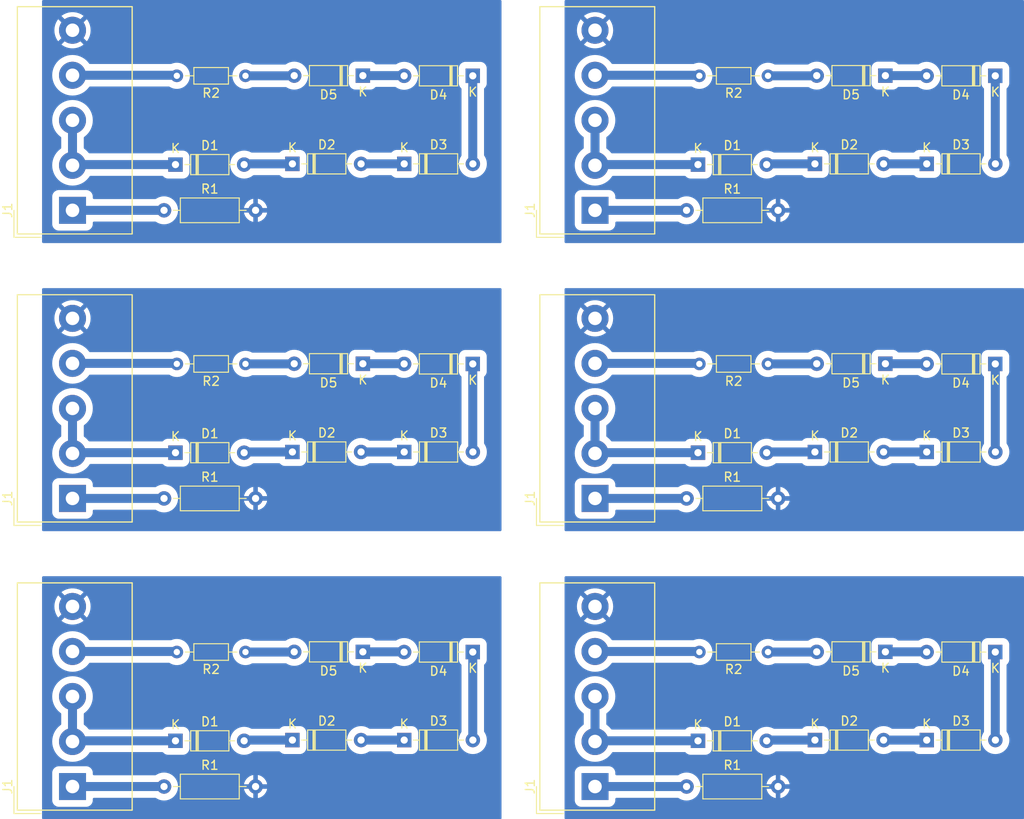
<source format=kicad_pcb>
(kicad_pcb (version 20211014) (generator pcbnew)
  (layers (0 "F.Cu" signal) (31 "B.Cu" signal) (34 "B.Paste" user) (35 "F.Paste" user) (36 "B.SilkS" user "B.Silkscreen") (37 "F.SilkS" user "F.Silkscreen") (38 "B.Mask" user) (39 "F.Mask" user) (44 "Edge.Cuts" user))
  (net 0 "")
  (net 1 "Net-(J1-Pad1)")
  (net 2 "Net-(D1-Pad1)")
  (net 3 "Net-(J1-Pad4)")
  (net 4 "gnd")
  (net 5 "Net-(D4-Pad2)")
  (net 6 "Net-(D1-Pad2)")
  (net 7 "Net-(D2-Pad2)")
  (net 8 "Net-(D3-Pad2)")
  (net 9 "Net-(R2-Pad1)")
  (footprint "Diode_THT:D_DO-35_SOD27_P7.62mm_Horizontal" (layer "F.Cu") (at 221.81 103.42 180)
    (fp_text reference "D4" (at 3.81 -2.12 180) (layer "F.SilkS"))
    (fp_text value "DIODE")
    (fp_text user "K" (at 0 -1.8 180) (layer "F.SilkS"))
    (pad "1" thru_hole rect (at 0 0 180) (size 1.6 1.6) (drill 0.8) (layers *.Cu *.Mask) (net 8 "Net-(D3-Pad2)"))
    (pad "2" thru_hole oval (at 7.62 0 180) (size 1.6 1.6) (drill 0.8) (layers *.Cu *.Mask) (net 5 "Net-(D4-Pad2)"))
  )
  (footprint "Diode_THT:D_DO-35_SOD27_P7.62mm_Horizontal" (layer "F.Cu") (at 130.81 145.28)
    (fp_text reference "D1" (at 3.81 -2.12) (layer "F.SilkS"))
    (fp_text value "DIODE")
    (fp_text user "K" (at 0 -1.8) (layer "F.SilkS"))
    (pad "1" thru_hole rect (at 0 0) (size 1.6 1.6) (drill 0.8) (layers *.Cu *.Mask) (net 2 "Net-(D1-Pad1)"))
    (pad "2" thru_hole oval (at 7.62 0) (size 1.6 1.6) (drill 0.8) (layers *.Cu *.Mask) (net 6 "Net-(D1-Pad2)"))
  )
  (footprint "TerminalBlock_Altech:Altech_AK300_1x05_P5.00mm_45-Degree" (layer "F.Cu") (at 119.38 86.36 90)
    (fp_text reference "J1" (at 0 -7.2 90) (layer "F.SilkS"))
    (fp_text value "Screw_Terminal_01x05")
    (pad "1" thru_hole rect (at 0 0 90) (size 3 3) (drill 1.5) (layers *.Cu *.Mask) (net 1 "Net-(J1-Pad1)"))
    (pad "2" thru_hole circle (at 5 0 90) (size 3 3) (drill 1.5) (layers *.Cu *.Mask) (net 2 "Net-(D1-Pad1)"))
    (pad "3" thru_hole circle (at 10 0 90) (size 3 3) (drill 1.5) (layers *.Cu *.Mask) (net 2 "Net-(D1-Pad1)"))
    (pad "4" thru_hole circle (at 15 0 90) (size 3 3) (drill 1.5) (layers *.Cu *.Mask) (net 3 "Net-(J1-Pad4)"))
    (pad "5" thru_hole circle (at 20 0 90) (size 3 3) (drill 1.5) (layers *.Cu *.Mask) (net 4 "gnd"))
  )
  (footprint "Resistor_THT:R_Axial_DIN0207_L6.3mm_D2.5mm_P10.16mm_Horizontal" (layer "F.Cu") (at 129.54 150.36)
    (fp_text reference "R1" (at 5.08 -2.37) (layer "F.SilkS"))
    (fp_text value "R_US")
    (pad "1" thru_hole circle (at 0 0) (size 1.6 1.6) (drill 0.8) (layers *.Cu *.Mask) (net 1 "Net-(J1-Pad1)"))
    (pad "2" thru_hole oval (at 10.16 0) (size 1.6 1.6) (drill 0.8) (layers *.Cu *.Mask) (net 4 "gnd"))
  )
  (footprint "Resistor_THT:R_Axial_DIN0207_L6.3mm_D2.5mm_P10.16mm_Horizontal" (layer "F.Cu") (at 187.54 86.36)
    (fp_text reference "R1" (at 5.08 -2.37) (layer "F.SilkS"))
    (fp_text value "R_US")
    (pad "1" thru_hole circle (at 0 0) (size 1.6 1.6) (drill 0.8) (layers *.Cu *.Mask) (net 1 "Net-(J1-Pad1)"))
    (pad "2" thru_hole oval (at 10.16 0) (size 1.6 1.6) (drill 0.8) (layers *.Cu *.Mask) (net 4 "gnd"))
  )
  (footprint "Resistor_THT:R_Axial_DIN0207_L6.3mm_D2.5mm_P10.16mm_Horizontal" (layer "F.Cu") (at 187.54 150.36)
    (fp_text reference "R1" (at 5.08 -2.37) (layer "F.SilkS"))
    (fp_text value "R_US")
    (pad "1" thru_hole circle (at 0 0) (size 1.6 1.6) (drill 0.8) (layers *.Cu *.Mask) (net 1 "Net-(J1-Pad1)"))
    (pad "2" thru_hole oval (at 10.16 0) (size 1.6 1.6) (drill 0.8) (layers *.Cu *.Mask) (net 4 "gnd"))
  )
  (footprint "Diode_THT:D_DO-35_SOD27_P7.62mm_Horizontal" (layer "F.Cu") (at 214.2 113.2)
    (fp_text reference "D3" (at 3.81 -2.12) (layer "F.SilkS"))
    (fp_text value "DIODE")
    (fp_text user "K" (at 0 -1.8) (layer "F.SilkS"))
    (pad "1" thru_hole rect (at 0 0) (size 1.6 1.6) (drill 0.8) (layers *.Cu *.Mask) (net 7 "Net-(D2-Pad2)"))
    (pad "2" thru_hole oval (at 7.62 0) (size 1.6 1.6) (drill 0.8) (layers *.Cu *.Mask) (net 8 "Net-(D3-Pad2)"))
  )
  (footprint "Resistor_THT:R_Axial_DIN0204_L3.6mm_D1.6mm_P7.62mm_Horizontal" (layer "F.Cu") (at 138.58 135.42 180)
    (fp_text reference "R2" (at 3.81 -1.92) (layer "F.SilkS"))
    (fp_text value "R_US")
    (pad "1" thru_hole circle (at 0 0 180) (size 1.4 1.4) (drill 0.7) (layers *.Cu *.Mask) (net 9 "Net-(R2-Pad1)"))
    (pad "2" thru_hole oval (at 7.62 0 180) (size 1.4 1.4) (drill 0.7) (layers *.Cu *.Mask) (net 3 "Net-(J1-Pad4)"))
  )
  (footprint "Resistor_THT:R_Axial_DIN0204_L3.6mm_D1.6mm_P7.62mm_Horizontal" (layer "F.Cu") (at 196.58 71.42 180)
    (fp_text reference "R2" (at 3.81 -1.92) (layer "F.SilkS"))
    (fp_text value "R_US")
    (pad "1" thru_hole circle (at 0 0 180) (size 1.4 1.4) (drill 0.7) (layers *.Cu *.Mask) (net 9 "Net-(R2-Pad1)"))
    (pad "2" thru_hole oval (at 7.62 0 180) (size 1.4 1.4) (drill 0.7) (layers *.Cu *.Mask) (net 3 "Net-(J1-Pad4)"))
  )
  (footprint "Diode_THT:D_DO-35_SOD27_P7.62mm_Horizontal" (layer "F.Cu") (at 143.79 113.2)
    (fp_text reference "D2" (at 3.81 -2.12) (layer "F.SilkS"))
    (fp_text value "DIODE")
    (fp_text user "K" (at 0 -1.8) (layer "F.SilkS"))
    (pad "1" thru_hole rect (at 0 0) (size 1.6 1.6) (drill 0.8) (layers *.Cu *.Mask) (net 6 "Net-(D1-Pad2)"))
    (pad "2" thru_hole oval (at 7.62 0) (size 1.6 1.6) (drill 0.8) (layers *.Cu *.Mask) (net 7 "Net-(D2-Pad2)"))
  )
  (footprint "Diode_THT:D_DO-35_SOD27_P7.62mm_Horizontal" (layer "F.Cu") (at 151.61 103.4 180)
    (fp_text reference "D5" (at 3.81 -2.12) (layer "F.SilkS"))
    (fp_text value "DIODE")
    (fp_text user "K" (at 0 -1.8) (layer "F.SilkS"))
    (pad "1" thru_hole rect (at 0 0 180) (size 1.6 1.6) (drill 0.8) (layers *.Cu *.Mask) (net 5 "Net-(D4-Pad2)"))
    (pad "2" thru_hole oval (at 7.62 0 180) (size 1.6 1.6) (drill 0.8) (layers *.Cu *.Mask) (net 9 "Net-(R2-Pad1)"))
  )
  (footprint "Diode_THT:D_DO-35_SOD27_P7.62mm_Horizontal" (layer "F.Cu") (at 221.81 71.42 180)
    (fp_text reference "D4" (at 3.81 -2.12 180) (layer "F.SilkS"))
    (fp_text value "DIODE")
    (fp_text user "K" (at 0 -1.8 180) (layer "F.SilkS"))
    (pad "1" thru_hole rect (at 0 0 180) (size 1.6 1.6) (drill 0.8) (layers *.Cu *.Mask) (net 8 "Net-(D3-Pad2)"))
    (pad "2" thru_hole oval (at 7.62 0 180) (size 1.6 1.6) (drill 0.8) (layers *.Cu *.Mask) (net 5 "Net-(D4-Pad2)"))
  )
  (footprint "Diode_THT:D_DO-35_SOD27_P7.62mm_Horizontal" (layer "F.Cu") (at 163.81 135.42 180)
    (fp_text reference "D4" (at 3.81 -2.12 180) (layer "F.SilkS"))
    (fp_text value "DIODE")
    (fp_text user "K" (at 0 -1.8 180) (layer "F.SilkS"))
    (pad "1" thru_hole rect (at 0 0 180) (size 1.6 1.6) (drill 0.8) (layers *.Cu *.Mask) (net 8 "Net-(D3-Pad2)"))
    (pad "2" thru_hole oval (at 7.62 0 180) (size 1.6 1.6) (drill 0.8) (layers *.Cu *.Mask) (net 5 "Net-(D4-Pad2)"))
  )
  (footprint "Diode_THT:D_DO-35_SOD27_P7.62mm_Horizontal" (layer "F.Cu") (at 156.2 145.2)
    (fp_text reference "D3" (at 3.81 -2.12) (layer "F.SilkS"))
    (fp_text value "DIODE")
    (fp_text user "K" (at 0 -1.8) (layer "F.SilkS"))
    (pad "1" thru_hole rect (at 0 0) (size 1.6 1.6) (drill 0.8) (layers *.Cu *.Mask) (net 7 "Net-(D2-Pad2)"))
    (pad "2" thru_hole oval (at 7.62 0) (size 1.6 1.6) (drill 0.8) (layers *.Cu *.Mask) (net 8 "Net-(D3-Pad2)"))
  )
  (footprint "TerminalBlock_Altech:Altech_AK300_1x05_P5.00mm_45-Degree" (layer "F.Cu") (at 177.38 118.36 90)
    (fp_text reference "J1" (at 0 -7.2 90) (layer "F.SilkS"))
    (fp_text value "Screw_Terminal_01x05")
    (pad "1" thru_hole rect (at 0 0 90) (size 3 3) (drill 1.5) (layers *.Cu *.Mask) (net 1 "Net-(J1-Pad1)"))
    (pad "2" thru_hole circle (at 5 0 90) (size 3 3) (drill 1.5) (layers *.Cu *.Mask) (net 2 "Net-(D1-Pad1)"))
    (pad "3" thru_hole circle (at 10 0 90) (size 3 3) (drill 1.5) (layers *.Cu *.Mask) (net 2 "Net-(D1-Pad1)"))
    (pad "4" thru_hole circle (at 15 0 90) (size 3 3) (drill 1.5) (layers *.Cu *.Mask) (net 3 "Net-(J1-Pad4)"))
    (pad "5" thru_hole circle (at 20 0 90) (size 3 3) (drill 1.5) (layers *.Cu *.Mask) (net 4 "gnd"))
  )
  (footprint "Diode_THT:D_DO-35_SOD27_P7.62mm_Horizontal" (layer "F.Cu") (at 188.81 81.28)
    (fp_text reference "D1" (at 3.81 -2.12) (layer "F.SilkS"))
    (fp_text value "DIODE")
    (fp_text user "K" (at 0 -1.8) (layer "F.SilkS"))
    (pad "1" thru_hole rect (at 0 0) (size 1.6 1.6) (drill 0.8) (layers *.Cu *.Mask) (net 2 "Net-(D1-Pad1)"))
    (pad "2" thru_hole oval (at 7.62 0) (size 1.6 1.6) (drill 0.8) (layers *.Cu *.Mask) (net 6 "Net-(D1-Pad2)"))
  )
  (footprint "Diode_THT:D_DO-35_SOD27_P7.62mm_Horizontal" (layer "F.Cu") (at 130.81 81.28)
    (fp_text reference "D1" (at 3.81 -2.12) (layer "F.SilkS"))
    (fp_text value "DIODE")
    (fp_text user "K" (at 0 -1.8) (layer "F.SilkS"))
    (pad "1" thru_hole rect (at 0 0) (size 1.6 1.6) (drill 0.8) (layers *.Cu *.Mask) (net 2 "Net-(D1-Pad1)"))
    (pad "2" thru_hole oval (at 7.62 0) (size 1.6 1.6) (drill 0.8) (layers *.Cu *.Mask) (net 6 "Net-(D1-Pad2)"))
  )
  (footprint "Diode_THT:D_DO-35_SOD27_P7.62mm_Horizontal" (layer "F.Cu") (at 188.81 145.28)
    (fp_text reference "D1" (at 3.81 -2.12) (layer "F.SilkS"))
    (fp_text value "DIODE")
    (fp_text user "K" (at 0 -1.8) (layer "F.SilkS"))
    (pad "1" thru_hole rect (at 0 0) (size 1.6 1.6) (drill 0.8) (layers *.Cu *.Mask) (net 2 "Net-(D1-Pad1)"))
    (pad "2" thru_hole oval (at 7.62 0) (size 1.6 1.6) (drill 0.8) (layers *.Cu *.Mask) (net 6 "Net-(D1-Pad2)"))
  )
  (footprint "Diode_THT:D_DO-35_SOD27_P7.62mm_Horizontal" (layer "F.Cu") (at 201.79 81.2)
    (fp_text reference "D2" (at 3.81 -2.12) (layer "F.SilkS"))
    (fp_text value "DIODE")
    (fp_text user "K" (at 0 -1.8) (layer "F.SilkS"))
    (pad "1" thru_hole rect (at 0 0) (size 1.6 1.6) (drill 0.8) (layers *.Cu *.Mask) (net 6 "Net-(D1-Pad2)"))
    (pad "2" thru_hole oval (at 7.62 0) (size 1.6 1.6) (drill 0.8) (layers *.Cu *.Mask) (net 7 "Net-(D2-Pad2)"))
  )
  (footprint "Diode_THT:D_DO-35_SOD27_P7.62mm_Horizontal" (layer "F.Cu") (at 143.79 145.2)
    (fp_text reference "D2" (at 3.81 -2.12) (layer "F.SilkS"))
    (fp_text value "DIODE")
    (fp_text user "K" (at 0 -1.8) (layer "F.SilkS"))
    (pad "1" thru_hole rect (at 0 0) (size 1.6 1.6) (drill 0.8) (layers *.Cu *.Mask) (net 6 "Net-(D1-Pad2)"))
    (pad "2" thru_hole oval (at 7.62 0) (size 1.6 1.6) (drill 0.8) (layers *.Cu *.Mask) (net 7 "Net-(D2-Pad2)"))
  )
  (footprint "Resistor_THT:R_Axial_DIN0204_L3.6mm_D1.6mm_P7.62mm_Horizontal" (layer "F.Cu") (at 138.58 103.42 180)
    (fp_text reference "R2" (at 3.81 -1.92) (layer "F.SilkS"))
    (fp_text value "R_US")
    (pad "1" thru_hole circle (at 0 0 180) (size 1.4 1.4) (drill 0.7) (layers *.Cu *.Mask) (net 9 "Net-(R2-Pad1)"))
    (pad "2" thru_hole oval (at 7.62 0 180) (size 1.4 1.4) (drill 0.7) (layers *.Cu *.Mask) (net 3 "Net-(J1-Pad4)"))
  )
  (footprint "TerminalBlock_Altech:Altech_AK300_1x05_P5.00mm_45-Degree" (layer "F.Cu") (at 177.38 150.36 90)
    (fp_text reference "J1" (at 0 -7.2 90) (layer "F.SilkS"))
    (fp_text value "Screw_Terminal_01x05")
    (pad "1" thru_hole rect (at 0 0 90) (size 3 3) (drill 1.5) (layers *.Cu *.Mask) (net 1 "Net-(J1-Pad1)"))
    (pad "2" thru_hole circle (at 5 0 90) (size 3 3) (drill 1.5) (layers *.Cu *.Mask) (net 2 "Net-(D1-Pad1)"))
    (pad "3" thru_hole circle (at 10 0 90) (size 3 3) (drill 1.5) (layers *.Cu *.Mask) (net 2 "Net-(D1-Pad1)"))
    (pad "4" thru_hole circle (at 15 0 90) (size 3 3) (drill 1.5) (layers *.Cu *.Mask) (net 3 "Net-(J1-Pad4)"))
    (pad "5" thru_hole circle (at 20 0 90) (size 3 3) (drill 1.5) (layers *.Cu *.Mask) (net 4 "gnd"))
  )
  (footprint "Diode_THT:D_DO-35_SOD27_P7.62mm_Horizontal" (layer "F.Cu") (at 214.2 81.2)
    (fp_text reference "D3" (at 3.81 -2.12) (layer "F.SilkS"))
    (fp_text value "DIODE")
    (fp_text user "K" (at 0 -1.8) (layer "F.SilkS"))
    (pad "1" thru_hole rect (at 0 0) (size 1.6 1.6) (drill 0.8) (layers *.Cu *.Mask) (net 7 "Net-(D2-Pad2)"))
    (pad "2" thru_hole oval (at 7.62 0) (size 1.6 1.6) (drill 0.8) (layers *.Cu *.Mask) (net 8 "Net-(D3-Pad2)"))
  )
  (footprint "Diode_THT:D_DO-35_SOD27_P7.62mm_Horizontal" (layer "F.Cu") (at 163.81 103.42 180)
    (fp_text reference "D4" (at 3.81 -2.12 180) (layer "F.SilkS"))
    (fp_text value "DIODE")
    (fp_text user "K" (at 0 -1.8 180) (layer "F.SilkS"))
    (pad "1" thru_hole rect (at 0 0 180) (size 1.6 1.6) (drill 0.8) (layers *.Cu *.Mask) (net 8 "Net-(D3-Pad2)"))
    (pad "2" thru_hole oval (at 7.62 0 180) (size 1.6 1.6) (drill 0.8) (layers *.Cu *.Mask) (net 5 "Net-(D4-Pad2)"))
  )
  (footprint "Resistor_THT:R_Axial_DIN0204_L3.6mm_D1.6mm_P7.62mm_Horizontal" (layer "F.Cu") (at 196.58 103.42 180)
    (fp_text reference "R2" (at 3.81 -1.92) (layer "F.SilkS"))
    (fp_text value "R_US")
    (pad "1" thru_hole circle (at 0 0 180) (size 1.4 1.4) (drill 0.7) (layers *.Cu *.Mask) (net 9 "Net-(R2-Pad1)"))
    (pad "2" thru_hole oval (at 7.62 0 180) (size 1.4 1.4) (drill 0.7) (layers *.Cu *.Mask) (net 3 "Net-(J1-Pad4)"))
  )
  (footprint "Diode_THT:D_DO-35_SOD27_P7.62mm_Horizontal" (layer "F.Cu") (at 209.61 135.4 180)
    (fp_text reference "D5" (at 3.81 -2.12) (layer "F.SilkS"))
    (fp_text value "DIODE")
    (fp_text user "K" (at 0 -1.8) (layer "F.SilkS"))
    (pad "1" thru_hole rect (at 0 0 180) (size 1.6 1.6) (drill 0.8) (layers *.Cu *.Mask) (net 5 "Net-(D4-Pad2)"))
    (pad "2" thru_hole oval (at 7.62 0 180) (size 1.6 1.6) (drill 0.8) (layers *.Cu *.Mask) (net 9 "Net-(R2-Pad1)"))
  )
  (footprint "Diode_THT:D_DO-35_SOD27_P7.62mm_Horizontal" (layer "F.Cu") (at 221.81 135.42 180)
    (fp_text reference "D4" (at 3.81 -2.12 180) (layer "F.SilkS"))
    (fp_text value "DIODE")
    (fp_text user "K" (at 0 -1.8 180) (layer "F.SilkS"))
    (pad "1" thru_hole rect (at 0 0 180) (size 1.6 1.6) (drill 0.8) (layers *.Cu *.Mask) (net 8 "Net-(D3-Pad2)"))
    (pad "2" thru_hole oval (at 7.62 0 180) (size 1.6 1.6) (drill 0.8) (layers *.Cu *.Mask) (net 5 "Net-(D4-Pad2)"))
  )
  (footprint "TerminalBlock_Altech:Altech_AK300_1x05_P5.00mm_45-Degree" (layer "F.Cu") (at 177.38 86.36 90)
    (fp_text reference "J1" (at 0 -7.2 90) (layer "F.SilkS"))
    (fp_text value "Screw_Terminal_01x05")
    (pad "1" thru_hole rect (at 0 0 90) (size 3 3) (drill 1.5) (layers *.Cu *.Mask) (net 1 "Net-(J1-Pad1)"))
    (pad "2" thru_hole circle (at 5 0 90) (size 3 3) (drill 1.5) (layers *.Cu *.Mask) (net 2 "Net-(D1-Pad1)"))
    (pad "3" thru_hole circle (at 10 0 90) (size 3 3) (drill 1.5) (layers *.Cu *.Mask) (net 2 "Net-(D1-Pad1)"))
    (pad "4" thru_hole circle (at 15 0 90) (size 3 3) (drill 1.5) (layers *.Cu *.Mask) (net 3 "Net-(J1-Pad4)"))
    (pad "5" thru_hole circle (at 20 0 90) (size 3 3) (drill 1.5) (layers *.Cu *.Mask) (net 4 "gnd"))
  )
  (footprint "Resistor_THT:R_Axial_DIN0207_L6.3mm_D2.5mm_P10.16mm_Horizontal" (layer "F.Cu") (at 187.54 118.36)
    (fp_text reference "R1" (at 5.08 -2.37) (layer "F.SilkS"))
    (fp_text value "R_US")
    (pad "1" thru_hole circle (at 0 0) (size 1.6 1.6) (drill 0.8) (layers *.Cu *.Mask) (net 1 "Net-(J1-Pad1)"))
    (pad "2" thru_hole oval (at 10.16 0) (size 1.6 1.6) (drill 0.8) (layers *.Cu *.Mask) (net 4 "gnd"))
  )
  (footprint "Diode_THT:D_DO-35_SOD27_P7.62mm_Horizontal" (layer "F.Cu") (at 130.81 113.28)
    (fp_text reference "D1" (at 3.81 -2.12) (layer "F.SilkS"))
    (fp_text value "DIODE")
    (fp_text user "K" (at 0 -1.8) (layer "F.SilkS"))
    (pad "1" thru_hole rect (at 0 0) (size 1.6 1.6) (drill 0.8) (layers *.Cu *.Mask) (net 2 "Net-(D1-Pad1)"))
    (pad "2" thru_hole oval (at 7.62 0) (size 1.6 1.6) (drill 0.8) (layers *.Cu *.Mask) (net 6 "Net-(D1-Pad2)"))
  )
  (footprint "Diode_THT:D_DO-35_SOD27_P7.62mm_Horizontal" (layer "F.Cu") (at 143.79 81.2)
    (fp_text reference "D2" (at 3.81 -2.12) (layer "F.SilkS"))
    (fp_text value "DIODE")
    (fp_text user "K" (at 0 -1.8) (layer "F.SilkS"))
    (pad "1" thru_hole rect (at 0 0) (size 1.6 1.6) (drill 0.8) (layers *.Cu *.Mask) (net 6 "Net-(D1-Pad2)"))
    (pad "2" thru_hole oval (at 7.62 0) (size 1.6 1.6) (drill 0.8) (layers *.Cu *.Mask) (net 7 "Net-(D2-Pad2)"))
  )
  (footprint "TerminalBlock_Altech:Altech_AK300_1x05_P5.00mm_45-Degree" (layer "F.Cu") (at 119.38 150.36 90)
    (fp_text reference "J1" (at 0 -7.2 90) (layer "F.SilkS"))
    (fp_text value "Screw_Terminal_01x05")
    (pad "1" thru_hole rect (at 0 0 90) (size 3 3) (drill 1.5) (layers *.Cu *.Mask) (net 1 "Net-(J1-Pad1)"))
    (pad "2" thru_hole circle (at 5 0 90) (size 3 3) (drill 1.5) (layers *.Cu *.Mask) (net 2 "Net-(D1-Pad1)"))
    (pad "3" thru_hole circle (at 10 0 90) (size 3 3) (drill 1.5) (layers *.Cu *.Mask) (net 2 "Net-(D1-Pad1)"))
    (pad "4" thru_hole circle (at 15 0 90) (size 3 3) (drill 1.5) (layers *.Cu *.Mask) (net 3 "Net-(J1-Pad4)"))
    (pad "5" thru_hole circle (at 20 0 90) (size 3 3) (drill 1.5) (layers *.Cu *.Mask) (net 4 "gnd"))
  )
  (footprint "Diode_THT:D_DO-35_SOD27_P7.62mm_Horizontal" (layer "F.Cu") (at 151.61 135.4 180)
    (fp_text reference "D5" (at 3.81 -2.12) (layer "F.SilkS"))
    (fp_text value "DIODE")
    (fp_text user "K" (at 0 -1.8) (layer "F.SilkS"))
    (pad "1" thru_hole rect (at 0 0 180) (size 1.6 1.6) (drill 0.8) (layers *.Cu *.Mask) (net 5 "Net-(D4-Pad2)"))
    (pad "2" thru_hole oval (at 7.62 0 180) (size 1.6 1.6) (drill 0.8) (layers *.Cu *.Mask) (net 9 "Net-(R2-Pad1)"))
  )
  (footprint "Resistor_THT:R_Axial_DIN0204_L3.6mm_D1.6mm_P7.62mm_Horizontal" (layer "F.Cu") (at 138.58 71.42 180)
    (fp_text reference "R2" (at 3.81 -1.92) (layer "F.SilkS"))
    (fp_text value "R_US")
    (pad "1" thru_hole circle (at 0 0 180) (size 1.4 1.4) (drill 0.7) (layers *.Cu *.Mask) (net 9 "Net-(R2-Pad1)"))
    (pad "2" thru_hole oval (at 7.62 0 180) (size 1.4 1.4) (drill 0.7) (layers *.Cu *.Mask) (net 3 "Net-(J1-Pad4)"))
  )
  (footprint "Diode_THT:D_DO-35_SOD27_P7.62mm_Horizontal" (layer "F.Cu") (at 163.81 71.42 180)
    (fp_text reference "D4" (at 3.81 -2.12 180) (layer "F.SilkS"))
    (fp_text value "DIODE")
    (fp_text user "K" (at 0 -1.8 180) (layer "F.SilkS"))
    (pad "1" thru_hole rect (at 0 0 180) (size 1.6 1.6) (drill 0.8) (layers *.Cu *.Mask) (net 8 "Net-(D3-Pad2)"))
    (pad "2" thru_hole oval (at 7.62 0 180) (size 1.6 1.6) (drill 0.8) (layers *.Cu *.Mask) (net 5 "Net-(D4-Pad2)"))
  )
  (footprint "Resistor_THT:R_Axial_DIN0207_L6.3mm_D2.5mm_P10.16mm_Horizontal" (layer "F.Cu") (at 129.54 86.36)
    (fp_text reference "R1" (at 5.08 -2.37) (layer "F.SilkS"))
    (fp_text value "R_US")
    (pad "1" thru_hole circle (at 0 0) (size 1.6 1.6) (drill 0.8) (layers *.Cu *.Mask) (net 1 "Net-(J1-Pad1)"))
    (pad "2" thru_hole oval (at 10.16 0) (size 1.6 1.6) (drill 0.8) (layers *.Cu *.Mask) (net 4 "gnd"))
  )
  (footprint "Diode_THT:D_DO-35_SOD27_P7.62mm_Horizontal" (layer "F.Cu") (at 214.2 145.2)
    (fp_text reference "D3" (at 3.81 -2.12) (layer "F.SilkS"))
    (fp_text value "DIODE")
    (fp_text user "K" (at 0 -1.8) (layer "F.SilkS"))
    (pad "1" thru_hole rect (at 0 0) (size 1.6 1.6) (drill 0.8) (layers *.Cu *.Mask) (net 7 "Net-(D2-Pad2)"))
    (pad "2" thru_hole oval (at 7.62 0) (size 1.6 1.6) (drill 0.8) (layers *.Cu *.Mask) (net 8 "Net-(D3-Pad2)"))
  )
  (footprint "TerminalBlock_Altech:Altech_AK300_1x05_P5.00mm_45-Degree" (layer "F.Cu") (at 119.38 118.36 90)
    (fp_text reference "J1" (at 0 -7.2 90) (layer "F.SilkS"))
    (fp_text value "Screw_Terminal_01x05")
    (pad "1" thru_hole rect (at 0 0 90) (size 3 3) (drill 1.5) (layers *.Cu *.Mask) (net 1 "Net-(J1-Pad1)"))
    (pad "2" thru_hole circle (at 5 0 90) (size 3 3) (drill 1.5) (layers *.Cu *.Mask) (net 2 "Net-(D1-Pad1)"))
    (pad "3" thru_hole circle (at 10 0 90) (size 3 3) (drill 1.5) (layers *.Cu *.Mask) (net 2 "Net-(D1-Pad1)"))
    (pad "4" thru_hole circle (at 15 0 90) (size 3 3) (drill 1.5) (layers *.Cu *.Mask) (net 3 "Net-(J1-Pad4)"))
    (pad "5" thru_hole circle (at 20 0 90) (size 3 3) (drill 1.5) (layers *.Cu *.Mask) (net 4 "gnd"))
  )
  (footprint "Diode_THT:D_DO-35_SOD27_P7.62mm_Horizontal" (layer "F.Cu") (at 156.2 81.2)
    (fp_text reference "D3" (at 3.81 -2.12) (layer "F.SilkS"))
    (fp_text value "DIODE")
    (fp_text user "K" (at 0 -1.8) (layer "F.SilkS"))
    (pad "1" thru_hole rect (at 0 0) (size 1.6 1.6) (drill 0.8) (layers *.Cu *.Mask) (net 7 "Net-(D2-Pad2)"))
    (pad "2" thru_hole oval (at 7.62 0) (size 1.6 1.6) (drill 0.8) (layers *.Cu *.Mask) (net 8 "Net-(D3-Pad2)"))
  )
  (footprint "Diode_THT:D_DO-35_SOD27_P7.62mm_Horizontal" (layer "F.Cu") (at 151.61 71.4 180)
    (fp_text reference "D5" (at 3.81 -2.12) (layer "F.SilkS"))
    (fp_text value "DIODE")
    (fp_text user "K" (at 0 -1.8) (layer "F.SilkS"))
    (pad "1" thru_hole rect (at 0 0 180) (size 1.6 1.6) (drill 0.8) (layers *.Cu *.Mask) (net 5 "Net-(D4-Pad2)"))
    (pad "2" thru_hole oval (at 7.62 0 180) (size 1.6 1.6) (drill 0.8) (layers *.Cu *.Mask) (net 9 "Net-(R2-Pad1)"))
  )
  (footprint "Diode_THT:D_DO-35_SOD27_P7.62mm_Horizontal" (layer "F.Cu") (at 201.79 113.2)
    (fp_text reference "D2" (at 3.81 -2.12) (layer "F.SilkS"))
    (fp_text value "DIODE")
    (fp_text user "K" (at 0 -1.8) (layer "F.SilkS"))
    (pad "1" thru_hole rect (at 0 0) (size 1.6 1.6) (drill 0.8) (layers *.Cu *.Mask) (net 6 "Net-(D1-Pad2)"))
    (pad "2" thru_hole oval (at 7.62 0) (size 1.6 1.6) (drill 0.8) (layers *.Cu *.Mask) (net 7 "Net-(D2-Pad2)"))
  )
  (footprint "Diode_THT:D_DO-35_SOD27_P7.62mm_Horizontal" (layer "F.Cu") (at 188.81 113.28)
    (fp_text reference "D1" (at 3.81 -2.12) (layer "F.SilkS"))
    (fp_text value "DIODE")
    (fp_text user "K" (at 0 -1.8) (layer "F.SilkS"))
    (pad "1" thru_hole rect (at 0 0) (size 1.6 1.6) (drill 0.8) (layers *.Cu *.Mask) (net 2 "Net-(D1-Pad1)"))
    (pad "2" thru_hole oval (at 7.62 0) (size 1.6 1.6) (drill 0.8) (layers *.Cu *.Mask) (net 6 "Net-(D1-Pad2)"))
  )
  (footprint "Resistor_THT:R_Axial_DIN0207_L6.3mm_D2.5mm_P10.16mm_Horizontal" (layer "F.Cu") (at 129.54 118.36)
    (fp_text reference "R1" (at 5.08 -2.37) (layer "F.SilkS"))
    (fp_text value "R_US")
    (pad "1" thru_hole circle (at 0 0) (size 1.6 1.6) (drill 0.8) (layers *.Cu *.Mask) (net 1 "Net-(J1-Pad1)"))
    (pad "2" thru_hole oval (at 10.16 0) (size 1.6 1.6) (drill 0.8) (layers *.Cu *.Mask) (net 4 "gnd"))
  )
  (footprint "Diode_THT:D_DO-35_SOD27_P7.62mm_Horizontal" (layer "F.Cu") (at 156.2 113.2)
    (fp_text reference "D3" (at 3.81 -2.12) (layer "F.SilkS"))
    (fp_text value "DIODE")
    (fp_text user "K" (at 0 -1.8) (layer "F.SilkS"))
    (pad "1" thru_hole rect (at 0 0) (size 1.6 1.6) (drill 0.8) (layers *.Cu *.Mask) (net 7 "Net-(D2-Pad2)"))
    (pad "2" thru_hole oval (at 7.62 0) (size 1.6 1.6) (drill 0.8) (layers *.Cu *.Mask) (net 8 "Net-(D3-Pad2)"))
  )
  (footprint "Resistor_THT:R_Axial_DIN0204_L3.6mm_D1.6mm_P7.62mm_Horizontal" (layer "F.Cu") (at 196.58 135.42 180)
    (fp_text reference "R2" (at 3.81 -1.92) (layer "F.SilkS"))
    (fp_text value "R_US")
    (pad "1" thru_hole circle (at 0 0 180) (size 1.4 1.4) (drill 0.7) (layers *.Cu *.Mask) (net 9 "Net-(R2-Pad1)"))
    (pad "2" thru_hole oval (at 7.62 0 180) (size 1.4 1.4) (drill 0.7) (layers *.Cu *.Mask) (net 3 "Net-(J1-Pad4)"))
  )
  (footprint "Diode_THT:D_DO-35_SOD27_P7.62mm_Horizontal" (layer "F.Cu") (at 201.79 145.2)
    (fp_text reference "D2" (at 3.81 -2.12) (layer "F.SilkS"))
    (fp_text value "DIODE")
    (fp_text user "K" (at 0 -1.8) (layer "F.SilkS"))
    (pad "1" thru_hole rect (at 0 0) (size 1.6 1.6) (drill 0.8) (layers *.Cu *.Mask) (net 6 "Net-(D1-Pad2)"))
    (pad "2" thru_hole oval (at 7.62 0) (size 1.6 1.6) (drill 0.8) (layers *.Cu *.Mask) (net 7 "Net-(D2-Pad2)"))
  )
  (footprint "Diode_THT:D_DO-35_SOD27_P7.62mm_Horizontal" (layer "F.Cu") (at 209.61 71.4 180)
    (fp_text reference "D5" (at 3.81 -2.12) (layer "F.SilkS"))
    (fp_text value "DIODE")
    (fp_text user "K" (at 0 -1.8) (layer "F.SilkS"))
    (pad "1" thru_hole rect (at 0 0 180) (size 1.6 1.6) (drill 0.8) (layers *.Cu *.Mask) (net 5 "Net-(D4-Pad2)"))
    (pad "2" thru_hole oval (at 7.62 0 180) (size 1.6 1.6) (drill 0.8) (layers *.Cu *.Mask) (net 9 "Net-(R2-Pad1)"))
  )
  (footprint "Diode_THT:D_DO-35_SOD27_P7.62mm_Horizontal" (layer "F.Cu") (at 209.61 103.4 180)
    (fp_text reference "D5" (at 3.81 -2.12) (layer "F.SilkS"))
    (fp_text value "DIODE")
    (fp_text user "K" (at 0 -1.8) (layer "F.SilkS"))
    (pad "1" thru_hole rect (at 0 0 180) (size 1.6 1.6) (drill 0.8) (layers *.Cu *.Mask) (net 5 "Net-(D4-Pad2)"))
    (pad "2" thru_hole oval (at 7.62 0 180) (size 1.6 1.6) (drill 0.8) (layers *.Cu *.Mask) (net 9 "Net-(R2-Pad1)"))
  )
  (segment (start 177.38 118.36) (end 187.54 118.36) (width 1) (layer "B.Cu") (net 1))
  (segment (start 119.38 86.36) (end 129.54 86.36) (width 1) (layer "B.Cu") (net 1))
  (segment (start 177.38 150.36) (end 187.54 150.36) (width 1) (layer "B.Cu") (net 1))
  (segment (start 119.38 150.36) (end 129.54 150.36) (width 1) (layer "B.Cu") (net 1))
  (segment (start 119.38 118.36) (end 129.54 118.36) (width 1) (layer "B.Cu") (net 1))
  (segment (start 177.38 86.36) (end 187.54 86.36) (width 1) (layer "B.Cu") (net 1))
  (segment (start 188.81 81.28) (end 177.46 81.28) (width 1) (layer "B.Cu") (net 2))
  (segment (start 188.81 113.28) (end 177.46 113.28) (width 1) (layer "B.Cu") (net 2))
  (segment (start 177.38 76.36) (end 177.38 81.36) (width 1) (layer "B.Cu") (net 2))
  (segment (start 177.46 145.28) (end 177.38 145.36) (width 1) (layer "B.Cu") (net 2))
  (segment (start 177.46 113.28) (end 177.38 113.36) (width 1) (layer "B.Cu") (net 2))
  (segment (start 119.38 76.36) (end 119.38 81.36) (width 1) (layer "B.Cu") (net 2))
  (segment (start 130.81 113.28) (end 119.46 113.28) (width 1) (layer "B.Cu") (net 2))
  (segment (start 177.38 140.36) (end 177.38 145.36) (width 1) (layer "B.Cu") (net 2))
  (segment (start 188.81 145.28) (end 177.46 145.28) (width 1) (layer "B.Cu") (net 2))
  (segment (start 130.81 81.28) (end 119.46 81.28) (width 1) (layer "B.Cu") (net 2))
  (segment (start 130.81 145.28) (end 119.46 145.28) (width 1) (layer "B.Cu") (net 2))
  (segment (start 119.38 140.36) (end 119.38 145.36) (width 1) (layer "B.Cu") (net 2))
  (segment (start 177.46 81.28) (end 177.38 81.36) (width 1) (layer "B.Cu") (net 2))
  (segment (start 177.38 108.36) (end 177.38 113.36) (width 1) (layer "B.Cu") (net 2))
  (segment (start 119.46 81.28) (end 119.38 81.36) (width 1) (layer "B.Cu") (net 2))
  (segment (start 119.38 108.36) (end 119.38 113.36) (width 1) (layer "B.Cu") (net 2))
  (segment (start 119.46 145.28) (end 119.38 145.36) (width 1) (layer "B.Cu") (net 2))
  (segment (start 119.46 113.28) (end 119.38 113.36) (width 1) (layer "B.Cu") (net 2))
  (segment (start 119.38 103.36) (end 130.9 103.36) (width 1) (layer "B.Cu") (net 3))
  (segment (start 177.38 71.36) (end 188.9 71.36) (width 1) (layer "B.Cu") (net 3))
  (segment (start 130.9 135.36) (end 130.96 135.42) (width 1) (layer "B.Cu") (net 3))
  (segment (start 188.9 135.36) (end 188.96 135.42) (width 1) (layer "B.Cu") (net 3))
  (segment (start 130.9 71.36) (end 130.96 71.42) (width 1) (layer "B.Cu") (net 3))
  (segment (start 177.38 103.36) (end 188.9 103.36) (width 1) (layer "B.Cu") (net 3))
  (segment (start 130.9 103.36) (end 130.96 103.42) (width 1) (layer "B.Cu") (net 3))
  (segment (start 188.9 71.36) (end 188.96 71.42) (width 1) (layer "B.Cu") (net 3))
  (segment (start 188.9 103.36) (end 188.96 103.42) (width 1) (layer "B.Cu") (net 3))
  (segment (start 119.38 71.36) (end 130.9 71.36) (width 1) (layer "B.Cu") (net 3))
  (segment (start 177.38 135.36) (end 188.9 135.36) (width 1) (layer "B.Cu") (net 3))
  (segment (start 119.38 135.36) (end 130.9 135.36) (width 1) (layer "B.Cu") (net 3))
  (segment (start 214.17 71.4) (end 214.19 71.42) (width 1) (layer "B.Cu") (net 5))
  (segment (start 209.61 135.4) (end 214.17 135.4) (width 1) (layer "B.Cu") (net 5))
  (segment (start 209.61 71.4) (end 214.17 71.4) (width 1) (layer "B.Cu") (net 5))
  (segment (start 151.61 71.4) (end 156.17 71.4) (width 1) (layer "B.Cu") (net 5))
  (segment (start 151.61 135.4) (end 156.17 135.4) (width 1) (layer "B.Cu") (net 5))
  (segment (start 209.61 103.4) (end 214.17 103.4) (width 1) (layer "B.Cu") (net 5))
  (segment (start 214.17 135.4) (end 214.19 135.42) (width 1) (layer "B.Cu") (net 5))
  (segment (start 214.17 103.4) (end 214.19 103.42) (width 1) (layer "B.Cu") (net 5))
  (segment (start 151.61 103.4) (end 156.17 103.4) (width 1) (layer "B.Cu") (net 5))
  (segment (start 156.17 135.4) (end 156.19 135.42) (width 1) (layer "B.Cu") (net 5))
  (segment (start 156.17 71.4) (end 156.19 71.42) (width 1) (layer "B.Cu") (net 5))
  (segment (start 156.17 103.4) (end 156.19 103.42) (width 1) (layer "B.Cu") (net 5))
  (segment (start 138.51 81.2) (end 138.43 81.28) (width 1) (layer "B.Cu") (net 6))
  (segment (start 196.51 81.2) (end 196.43 81.28) (width 1) (layer "B.Cu") (net 6))
  (segment (start 201.79 113.2) (end 196.51 113.2) (width 1) (layer "B.Cu") (net 6))
  (segment (start 201.79 145.2) (end 196.51 145.2) (width 1) (layer "B.Cu") (net 6))
  (segment (start 143.79 81.2) (end 138.51 81.2) (width 1) (layer "B.Cu") (net 6))
  (segment (start 196.51 113.2) (end 196.43 113.28) (width 1) (layer "B.Cu") (net 6))
  (segment (start 201.79 81.2) (end 196.51 81.2) (width 1) (layer "B.Cu") (net 6))
  (segment (start 196.51 145.2) (end 196.43 145.28) (width 1) (layer "B.Cu") (net 6))
  (segment (start 143.79 113.2) (end 138.51 113.2) (width 1) (layer "B.Cu") (net 6))
  (segment (start 138.51 145.2) (end 138.43 145.28) (width 1) (layer "B.Cu") (net 6))
  (segment (start 143.79 145.2) (end 138.51 145.2) (width 1) (layer "B.Cu") (net 6))
  (segment (start 138.51 113.2) (end 138.43 113.28) (width 1) (layer "B.Cu") (net 6))
  (segment (start 214.2 113.2) (end 209.41 113.2) (width 1) (layer "B.Cu") (net 7))
  (segment (start 156.2 81.2) (end 151.41 81.2) (width 1) (layer "B.Cu") (net 7))
  (segment (start 156.2 145.2) (end 151.41 145.2) (width 1) (layer "B.Cu") (net 7))
  (segment (start 156.2 113.2) (end 151.41 113.2) (width 1) (layer "B.Cu") (net 7))
  (segment (start 214.2 81.2) (end 209.41 81.2) (width 1) (layer "B.Cu") (net 7))
  (segment (start 214.2 145.2) (end 209.41 145.2) (width 1) (layer "B.Cu") (net 7))
  (segment (start 163.81 145.19) (end 163.82 145.2) (width 1) (layer "B.Cu") (net 8))
  (segment (start 221.81 103.42) (end 221.81 113.19) (width 1) (layer "B.Cu") (net 8))
  (segment (start 163.81 81.19) (end 163.82 81.2) (width 1) (layer "B.Cu") (net 8))
  (segment (start 221.81 145.19) (end 221.82 145.2) (width 1) (layer "B.Cu") (net 8))
  (segment (start 221.81 71.42) (end 221.81 81.19) (width 1) (layer "B.Cu") (net 8))
  (segment (start 163.81 113.19) (end 163.82 113.2) (width 1) (layer "B.Cu") (net 8))
  (segment (start 163.81 135.42) (end 163.81 145.19) (width 1) (layer "B.Cu") (net 8))
  (segment (start 163.81 103.42) (end 163.81 113.19) (width 1) (layer "B.Cu") (net 8))
  (segment (start 221.81 81.19) (end 221.82 81.2) (width 1) (layer "B.Cu") (net 8))
  (segment (start 221.81 113.19) (end 221.82 113.2) (width 1) (layer "B.Cu") (net 8))
  (segment (start 221.81 135.42) (end 221.81 145.19) (width 1) (layer "B.Cu") (net 8))
  (segment (start 163.81 71.42) (end 163.81 81.19) (width 1) (layer "B.Cu") (net 8))
  (segment (start 201.97 135.42) (end 201.99 135.4) (width 1) (layer "B.Cu") (net 9))
  (segment (start 138.58 71.42) (end 143.97 71.42) (width 1) (layer "B.Cu") (net 9))
  (segment (start 201.97 103.42) (end 201.99 103.4) (width 1) (layer "B.Cu") (net 9))
  (segment (start 196.58 103.42) (end 201.97 103.42) (width 1) (layer "B.Cu") (net 9))
  (segment (start 138.58 103.42) (end 143.97 103.42) (width 1) (layer "B.Cu") (net 9))
  (segment (start 196.58 135.42) (end 201.97 135.42) (width 1) (layer "B.Cu") (net 9))
  (segment (start 143.97 103.42) (end 143.99 103.4) (width 1) (layer "B.Cu") (net 9))
  (segment (start 196.58 71.42) (end 201.97 71.42) (width 1) (layer "B.Cu") (net 9))
  (segment (start 143.97 71.42) (end 143.99 71.4) (width 1) (layer "B.Cu") (net 9))
  (segment (start 138.58 135.42) (end 143.97 135.42) (width 1) (layer "B.Cu") (net 9))
  (segment (start 201.97 71.42) (end 201.99 71.4) (width 1) (layer "B.Cu") (net 9))
  (segment (start 143.97 135.42) (end 143.99 135.4) (width 1) (layer "B.Cu") (net 9))
  (zone (net 4) (net_name "gnd") (layer "B.Cu") (connect_pads (clearance 0.75)) (min_thickness 0.254) (fill yes (thermal_gap 0.508) (thermal_bridge_width 0.508))
    (polygon (pts (xy 225 90) (xy 174 90) (xy 174 63) (xy 225 63)))
  )
  (zone (net 4) (net_name "gnd") (layer "B.Cu") (connect_pads (clearance 0.75)) (min_thickness 0.254) (fill yes (thermal_gap 0.508) (thermal_bridge_width 0.508))
    (polygon (pts (xy 225 154) (xy 174 154) (xy 174 127) (xy 225 127)))
  )
  (zone (net 4) (net_name "gnd") (layer "B.Cu") (connect_pads (clearance 0.75)) (min_thickness 0.254) (fill yes (thermal_gap 0.508) (thermal_bridge_width 0.508))
    (polygon (pts (xy 167 154) (xy 116 154) (xy 116 127) (xy 167 127)))
  )
  (zone (net 4) (net_name "gnd") (layer "B.Cu") (connect_pads (clearance 0.75)) (min_thickness 0.254) (fill yes (thermal_gap 0.508) (thermal_bridge_width 0.508))
    (polygon (pts (xy 167 90) (xy 116 90) (xy 116 63) (xy 167 63)))
  )
  (zone (net 4) (net_name "gnd") (layer "B.Cu") (connect_pads (clearance 0.75)) (min_thickness 0.254) (fill yes (thermal_gap 0.508) (thermal_bridge_width 0.508))
    (polygon (pts (xy 167 122) (xy 116 122) (xy 116 95) (xy 167 95)))
  )
  (zone (net 4) (net_name "gnd") (layer "B.Cu") (connect_pads (clearance 0.75)) (min_thickness 0.254) (fill yes (thermal_gap 0.508) (thermal_bridge_width 0.508))
    (polygon (pts (xy 225 122) (xy 174 122) (xy 174 95) (xy 225 95)))
  )
)
</source>
